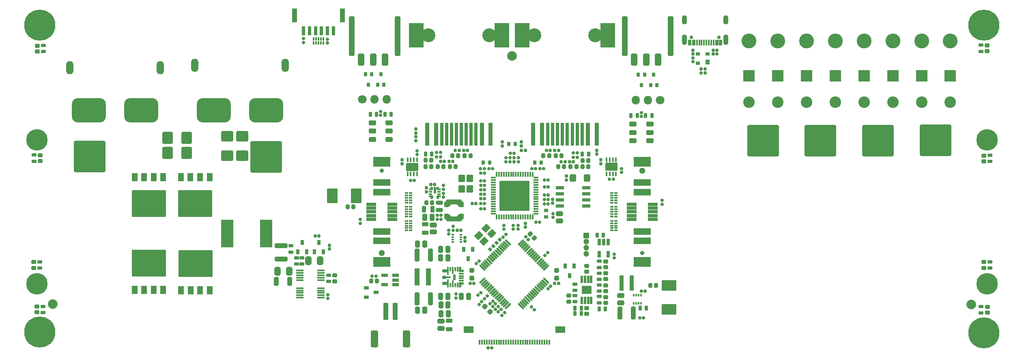
<source format=gbr>
%TF.GenerationSoftware,KiCad,Pcbnew,7.0.7*%
%TF.CreationDate,2024-04-13T02:06:32+02:00*%
%TF.ProjectId,smps_legged_robot,736d7073-5f6c-4656-9767-65645f726f62,1.0*%
%TF.SameCoordinates,PX7026f0PY568bc30*%
%TF.FileFunction,Soldermask,Top*%
%TF.FilePolarity,Negative*%
%FSLAX46Y46*%
G04 Gerber Fmt 4.6, Leading zero omitted, Abs format (unit mm)*
G04 Created by KiCad (PCBNEW 7.0.7) date 2024-04-13 02:06:32*
%MOMM*%
%LPD*%
G01*
G04 APERTURE LIST*
G04 Aperture macros list*
%AMRoundRect*
0 Rectangle with rounded corners*
0 $1 Rounding radius*
0 $2 $3 $4 $5 $6 $7 $8 $9 X,Y pos of 4 corners*
0 Add a 4 corners polygon primitive as box body*
4,1,4,$2,$3,$4,$5,$6,$7,$8,$9,$2,$3,0*
0 Add four circle primitives for the rounded corners*
1,1,$1+$1,$2,$3*
1,1,$1+$1,$4,$5*
1,1,$1+$1,$6,$7*
1,1,$1+$1,$8,$9*
0 Add four rect primitives between the rounded corners*
20,1,$1+$1,$2,$3,$4,$5,0*
20,1,$1+$1,$4,$5,$6,$7,0*
20,1,$1+$1,$6,$7,$8,$9,0*
20,1,$1+$1,$8,$9,$2,$3,0*%
%AMFreePoly0*
4,1,23,1.050355,1.980355,1.065000,1.945000,1.065000,1.170000,1.050804,1.135099,0.485000,0.554662,0.485000,-0.554662,1.050804,-1.135099,1.065000,-1.170000,1.065000,-1.945000,1.050355,-1.980355,1.015000,-1.995000,0.125000,-1.995000,0.089965,-1.980672,-0.470035,-1.430672,-0.484998,-1.395450,-0.485000,-1.395000,-0.485000,1.395000,-0.470355,1.430355,-0.470035,1.430672,0.089965,1.980672,
0.125000,1.995000,1.015000,1.995000,1.050355,1.980355,1.050355,1.980355,$1*%
%AMFreePoly1*
4,1,23,-0.089965,1.980672,0.470035,1.430672,0.484998,1.395450,0.485000,1.395000,0.485000,-1.395000,0.470355,-1.430355,0.470035,-1.430672,-0.089965,-1.980672,-0.125000,-1.995000,-1.015000,-1.995000,-1.050355,-1.980355,-1.065000,-1.945000,-1.065000,-1.170000,-1.050804,-1.135099,-0.485000,-0.554662,-0.485000,0.554662,-1.050804,1.135099,-1.065000,1.170000,-1.065000,1.945000,-1.050355,1.980355,
-1.015000,1.995000,-0.125000,1.995000,-0.089965,1.980672,-0.089965,1.980672,$1*%
%AMFreePoly2*
4,1,23,0.185356,0.435856,0.235356,0.385856,0.250001,0.350501,0.250001,-0.124500,0.235356,-0.159855,0.185356,-0.209855,0.150001,-0.224500,-0.500000,-0.224500,-0.535355,-0.209855,-0.585355,-0.159855,-0.600000,-0.124500,-0.600000,0.000501,-0.585355,0.035856,-0.535355,0.085856,-0.500000,0.100501,-0.270708,0.100501,-0.249998,0.121211,-0.249998,0.350501,-0.235353,0.385856,-0.185353,0.435856,
-0.149998,0.450501,0.150001,0.450501,0.185356,0.435856,0.185356,0.435856,$1*%
%AMFreePoly3*
4,1,23,0.235356,0.209855,0.285356,0.159855,0.300001,0.124500,0.300001,-0.350503,0.285356,-0.385858,0.235356,-0.435858,0.200001,-0.450503,-0.099998,-0.450501,-0.135353,-0.435856,-0.185353,-0.385856,-0.199998,-0.350501,-0.199998,-0.121211,-0.220708,-0.100501,-0.450000,-0.100501,-0.485355,-0.085856,-0.535355,-0.035856,-0.550000,-0.000501,-0.550000,0.124500,-0.535355,0.159855,-0.485355,0.209855,
-0.450000,0.224500,0.200001,0.224500,0.235356,0.209855,0.235356,0.209855,$1*%
%AMFreePoly4*
4,1,24,0.485355,0.209855,0.535355,0.159855,0.550000,0.124500,0.550000,-0.000501,0.535355,-0.035856,0.485355,-0.085856,0.450000,-0.100501,0.220708,-0.100501,0.199998,-0.121211,0.199998,-0.350501,0.185353,-0.385856,0.135353,-0.435856,0.099998,-0.450501,-0.200001,-0.450503,-0.235356,-0.435859,-0.235356,-0.435858,-0.285356,-0.385858,-0.300001,-0.350503,-0.300001,0.124500,-0.285356,0.159855,
-0.235356,0.209855,-0.200001,0.224500,0.450000,0.224500,0.485355,0.209855,0.485355,0.209855,$1*%
%AMFreePoly5*
4,1,23,0.135353,0.435856,0.185353,0.385856,0.199998,0.350501,0.199998,0.121211,0.220708,0.100501,0.450000,0.100501,0.485355,0.085856,0.535355,0.035856,0.550000,0.000501,0.550000,-0.124500,0.535355,-0.159855,0.485355,-0.209855,0.450000,-0.224500,-0.200001,-0.224500,-0.235356,-0.209855,-0.285356,-0.159855,-0.300001,-0.124500,-0.300001,0.350501,-0.285356,0.385856,-0.235356,0.435856,
-0.200001,0.450501,0.099998,0.450501,0.135353,0.435856,0.135353,0.435856,$1*%
G04 Aperture macros list end*
%ADD10RoundRect,1.300000X2.250000X1.250000X-2.250000X1.250000X-2.250000X-1.250000X2.250000X-1.250000X0*%
%ADD11O,1.504000X2.804000*%
%ADD12RoundRect,0.050000X0.600000X0.700000X-0.600000X0.700000X-0.600000X-0.700000X0.600000X-0.700000X0*%
%ADD13RoundRect,0.187500X-0.137500X-0.137500X0.137500X-0.137500X0.137500X0.137500X-0.137500X0.137500X0*%
%ADD14RoundRect,0.360000X0.310000X0.940000X-0.310000X0.940000X-0.310000X-0.940000X0.310000X-0.940000X0*%
%ADD15RoundRect,0.325000X0.275000X3.825000X-0.275000X3.825000X-0.275000X-3.825000X0.275000X-3.825000X0*%
%ADD16RoundRect,0.180000X0.130000X0.130000X-0.130000X0.130000X-0.130000X-0.130000X0.130000X-0.130000X0*%
%ADD17RoundRect,0.375000X-2.925000X-2.925000X2.925000X-2.925000X2.925000X2.925000X-2.925000X2.925000X0*%
%ADD18C,2.000000*%
%ADD19RoundRect,0.187500X-0.137500X0.137500X-0.137500X-0.137500X0.137500X-0.137500X0.137500X0.137500X0*%
%ADD20C,3.100000*%
%ADD21RoundRect,0.050000X1.150000X1.150000X-1.150000X1.150000X-1.150000X-1.150000X1.150000X-1.150000X0*%
%ADD22C,2.400000*%
%ADD23RoundRect,0.050000X0.700000X-0.150000X0.700000X0.150000X-0.700000X0.150000X-0.700000X-0.150000X0*%
%ADD24RoundRect,0.225000X0.500000X-0.175000X0.500000X0.175000X-0.500000X0.175000X-0.500000X-0.175000X0*%
%ADD25RoundRect,0.050000X-0.300000X0.125000X-0.300000X-0.125000X0.300000X-0.125000X0.300000X0.125000X0*%
%ADD26RoundRect,0.237500X0.262500X-0.187500X0.262500X0.187500X-0.262500X0.187500X-0.262500X-0.187500X0*%
%ADD27FreePoly0,270.000000*%
%ADD28FreePoly1,270.000000*%
%ADD29RoundRect,0.050000X-0.325000X-0.350000X0.325000X-0.350000X0.325000X0.350000X-0.325000X0.350000X0*%
%ADD30RoundRect,0.372500X-0.752500X0.902500X-0.752500X-0.902500X0.752500X-0.902500X0.752500X0.902500X0*%
%ADD31RoundRect,0.287500X0.237500X0.437500X-0.237500X0.437500X-0.237500X-0.437500X0.237500X-0.437500X0*%
%ADD32RoundRect,0.187500X0.137500X-0.262500X0.137500X0.262500X-0.137500X0.262500X-0.137500X-0.262500X0*%
%ADD33RoundRect,0.187500X0.137500X-0.137500X0.137500X0.137500X-0.137500X0.137500X-0.137500X-0.137500X0*%
%ADD34C,0.800000*%
%ADD35C,4.500000*%
%ADD36RoundRect,0.180000X-0.130000X-0.130000X0.130000X-0.130000X0.130000X0.130000X-0.130000X0.130000X0*%
%ADD37RoundRect,0.187500X0.000000X0.194454X-0.194454X0.000000X0.000000X-0.194454X0.194454X0.000000X0*%
%ADD38RoundRect,0.237500X0.187500X0.262500X-0.187500X0.262500X-0.187500X-0.262500X0.187500X-0.262500X0*%
%ADD39RoundRect,0.212500X-0.162500X-0.287500X0.162500X-0.287500X0.162500X0.287500X-0.162500X0.287500X0*%
%ADD40RoundRect,0.350000X0.300000X0.550000X-0.300000X0.550000X-0.300000X-0.550000X0.300000X-0.550000X0*%
%ADD41RoundRect,0.050000X1.244600X2.794000X-1.244600X2.794000X-1.244600X-2.794000X1.244600X-2.794000X0*%
%ADD42RoundRect,0.180000X0.000000X0.183848X-0.183848X0.000000X0.000000X-0.183848X0.183848X0.000000X0*%
%ADD43RoundRect,0.180000X0.183848X0.000000X0.000000X0.183848X-0.183848X0.000000X0.000000X-0.183848X0*%
%ADD44RoundRect,0.200000X0.150000X-0.350000X0.150000X0.350000X-0.150000X0.350000X-0.150000X-0.350000X0*%
%ADD45RoundRect,0.050000X0.490000X1.700000X-0.490000X1.700000X-0.490000X-1.700000X0.490000X-1.700000X0*%
%ADD46RoundRect,0.237500X-0.262500X0.187500X-0.262500X-0.187500X0.262500X-0.187500X0.262500X0.187500X0*%
%ADD47RoundRect,0.287500X0.237500X1.062500X-0.237500X1.062500X-0.237500X-1.062500X0.237500X-1.062500X0*%
%ADD48RoundRect,0.268750X-0.256250X0.218750X-0.256250X-0.218750X0.256250X-0.218750X0.256250X0.218750X0*%
%ADD49RoundRect,0.180000X0.130000X-0.130000X0.130000X0.130000X-0.130000X0.130000X-0.130000X-0.130000X0*%
%ADD50RoundRect,0.050000X-0.762500X0.325000X-0.762500X-0.325000X0.762500X-0.325000X0.762500X0.325000X0*%
%ADD51RoundRect,0.187500X-0.137500X0.262500X-0.137500X-0.262500X0.137500X-0.262500X0.137500X0.262500X0*%
%ADD52RoundRect,0.237500X0.462500X-0.187500X0.462500X0.187500X-0.462500X0.187500X-0.462500X-0.187500X0*%
%ADD53RoundRect,0.180000X-0.130000X0.130000X-0.130000X-0.130000X0.130000X-0.130000X0.130000X0.130000X0*%
%ADD54C,0.900000*%
%ADD55C,6.500000*%
%ADD56RoundRect,0.287500X-0.237500X-0.437500X0.237500X-0.437500X0.237500X0.437500X-0.237500X0.437500X0*%
%ADD57RoundRect,0.187500X0.137500X0.137500X-0.137500X0.137500X-0.137500X-0.137500X0.137500X-0.137500X0*%
%ADD58RoundRect,0.050000X1.475000X-1.010000X1.475000X1.010000X-1.475000X1.010000X-1.475000X-1.010000X0*%
%ADD59RoundRect,0.212500X0.162500X0.287500X-0.162500X0.287500X-0.162500X-0.287500X0.162500X-0.287500X0*%
%ADD60RoundRect,0.300000X-0.450000X-0.250000X0.450000X-0.250000X0.450000X0.250000X-0.450000X0.250000X0*%
%ADD61RoundRect,0.372500X-0.902500X-0.752500X0.902500X-0.752500X0.902500X0.752500X-0.902500X0.752500X0*%
%ADD62RoundRect,0.212500X-0.287500X0.162500X-0.287500X-0.162500X0.287500X-0.162500X0.287500X0.162500X0*%
%ADD63RoundRect,0.237500X-0.187500X-0.262500X0.187500X-0.262500X0.187500X0.262500X-0.187500X0.262500X0*%
%ADD64RoundRect,0.212500X0.287500X-0.162500X0.287500X0.162500X-0.287500X0.162500X-0.287500X-0.162500X0*%
%ADD65RoundRect,0.287500X-0.437500X0.237500X-0.437500X-0.237500X0.437500X-0.237500X0.437500X0.237500X0*%
%ADD66RoundRect,0.050000X0.571500X0.762000X-0.571500X0.762000X-0.571500X-0.762000X0.571500X-0.762000X0*%
%ADD67RoundRect,0.050000X3.479800X2.705100X-3.479800X2.705100X-3.479800X-2.705100X3.479800X-2.705100X0*%
%ADD68RoundRect,0.287500X-0.237500X-1.062500X0.237500X-1.062500X0.237500X1.062500X-0.237500X1.062500X0*%
%ADD69RoundRect,0.268750X0.335876X0.026517X0.026517X0.335876X-0.335876X-0.026517X-0.026517X-0.335876X0*%
%ADD70RoundRect,0.125000X0.075000X-0.350000X0.075000X0.350000X-0.075000X0.350000X-0.075000X-0.350000X0*%
%ADD71RoundRect,0.050000X1.200000X-0.800000X1.200000X0.800000X-1.200000X0.800000X-1.200000X-0.800000X0*%
%ADD72RoundRect,0.290000X0.360000X0.510000X-0.360000X0.510000X-0.360000X-0.510000X0.360000X-0.510000X0*%
%ADD73RoundRect,0.050000X0.300000X-0.125000X0.300000X0.125000X-0.300000X0.125000X-0.300000X-0.125000X0*%
%ADD74RoundRect,0.200000X-0.350000X-0.150000X0.350000X-0.150000X0.350000X0.150000X-0.350000X0.150000X0*%
%ADD75C,1.800000*%
%ADD76O,1.800000X1.800000*%
%ADD77RoundRect,0.200000X-0.150000X0.350000X-0.150000X-0.350000X0.150000X-0.350000X0.150000X0.350000X0*%
%ADD78RoundRect,0.050000X0.550000X-0.550000X0.550000X0.550000X-0.550000X0.550000X-0.550000X-0.550000X0*%
%ADD79C,1.200000*%
%ADD80RoundRect,0.180000X-0.183848X0.000000X0.000000X-0.183848X0.183848X0.000000X0.000000X0.183848X0*%
%ADD81RoundRect,0.050000X-0.237500X0.150000X-0.237500X-0.150000X0.237500X-0.150000X0.237500X0.150000X0*%
%ADD82RoundRect,0.187500X-0.194454X0.000000X0.000000X-0.194454X0.194454X0.000000X0.000000X0.194454X0*%
%ADD83C,2.900000*%
%ADD84RoundRect,0.050000X0.405000X-2.300000X0.405000X2.300000X-0.405000X2.300000X-0.405000X-2.300000X0*%
%ADD85RoundRect,0.050000X0.305000X-2.300000X0.305000X2.300000X-0.305000X2.300000X-0.305000X-2.300000X0*%
%ADD86RoundRect,0.050000X1.500000X-2.450000X1.500000X2.450000X-1.500000X2.450000X-1.500000X-2.450000X0*%
%ADD87RoundRect,0.050000X0.150000X0.500000X-0.150000X0.500000X-0.150000X-0.500000X0.150000X-0.500000X0*%
%ADD88RoundRect,0.050000X-1.000000X0.650000X-1.000000X-0.650000X1.000000X-0.650000X1.000000X0.650000X0*%
%ADD89RoundRect,0.180000X0.000000X-0.183848X0.183848X0.000000X0.000000X0.183848X-0.183848X0.000000X0*%
%ADD90RoundRect,0.050000X-0.300000X-0.600000X0.300000X-0.600000X0.300000X0.600000X-0.300000X0.600000X0*%
%ADD91RoundRect,0.287500X-1.062500X0.237500X-1.062500X-0.237500X1.062500X-0.237500X1.062500X0.237500X0*%
%ADD92RoundRect,0.237500X-0.187500X-0.462500X0.187500X-0.462500X0.187500X0.462500X-0.187500X0.462500X0*%
%ADD93RoundRect,0.190000X-0.021213X0.219203X-0.219203X0.021213X0.021213X-0.219203X0.219203X-0.021213X0*%
%ADD94C,1.300000*%
%ADD95RoundRect,0.050000X-1.750000X1.000000X-1.750000X-1.000000X1.750000X-1.000000X1.750000X1.000000X0*%
%ADD96RoundRect,0.050000X-1.750000X0.650000X-1.750000X-0.650000X1.750000X-0.650000X1.750000X0.650000X0*%
%ADD97RoundRect,0.050000X-1.000000X0.250000X-1.000000X-0.250000X1.000000X-0.250000X1.000000X0.250000X0*%
%ADD98RoundRect,0.050000X0.350000X0.500000X-0.350000X0.500000X-0.350000X-0.500000X0.350000X-0.500000X0*%
%ADD99RoundRect,0.050000X0.350000X0.300000X-0.350000X0.300000X-0.350000X-0.300000X0.350000X-0.300000X0*%
%ADD100RoundRect,0.050000X-0.571500X-0.762000X0.571500X-0.762000X0.571500X0.762000X-0.571500X0.762000X0*%
%ADD101RoundRect,0.050000X-3.479800X-2.705100X3.479800X-2.705100X3.479800X2.705100X-3.479800X2.705100X0*%
%ADD102RoundRect,0.237500X-0.318198X-0.053033X-0.053033X-0.318198X0.318198X0.053033X0.053033X0.318198X0*%
%ADD103RoundRect,0.050000X0.304800X0.850900X-0.304800X0.850900X-0.304800X-0.850900X0.304800X-0.850900X0*%
%ADD104RoundRect,0.050000X0.495300X1.422400X-0.495300X1.422400X-0.495300X-1.422400X0.495300X-1.422400X0*%
%ADD105RoundRect,0.287500X0.437500X-0.237500X0.437500X0.237500X-0.437500X0.237500X-0.437500X-0.237500X0*%
%ADD106RoundRect,0.050000X0.125000X0.300000X-0.125000X0.300000X-0.125000X-0.300000X0.125000X-0.300000X0*%
%ADD107RoundRect,0.256521X0.268479X0.643479X-0.268479X0.643479X-0.268479X-0.643479X0.268479X-0.643479X0*%
%ADD108RoundRect,0.050000X-0.150000X-0.237500X0.150000X-0.237500X0.150000X0.237500X-0.150000X0.237500X0*%
%ADD109RoundRect,0.050000X0.425000X-0.140000X0.425000X0.140000X-0.425000X0.140000X-0.425000X-0.140000X0*%
%ADD110RoundRect,0.050000X-0.140000X-0.425000X0.140000X-0.425000X0.140000X0.425000X-0.140000X0.425000X0*%
%ADD111RoundRect,0.050000X-3.050000X-3.050000X3.050000X-3.050000X3.050000X3.050000X-3.050000X3.050000X0*%
%ADD112RoundRect,0.300000X-0.250000X-1.500000X0.250000X-1.500000X0.250000X1.500000X-0.250000X1.500000X0*%
%ADD113RoundRect,0.300001X-0.499999X-1.449999X0.499999X-1.449999X0.499999X1.449999X-0.499999X1.449999X0*%
%ADD114C,0.750000*%
%ADD115RoundRect,0.050000X0.300000X0.575000X-0.300000X0.575000X-0.300000X-0.575000X0.300000X-0.575000X0*%
%ADD116RoundRect,0.050000X0.150000X0.575000X-0.150000X0.575000X-0.150000X-0.575000X0.150000X-0.575000X0*%
%ADD117O,1.100000X2.200000*%
%ADD118O,1.100000X1.900000*%
%ADD119RoundRect,0.050000X-1.010000X-1.475000X1.010000X-1.475000X1.010000X1.475000X-1.010000X1.475000X0*%
%ADD120RoundRect,0.050000X1.750000X-1.000000X1.750000X1.000000X-1.750000X1.000000X-1.750000X-1.000000X0*%
%ADD121RoundRect,0.050000X1.750000X-0.650000X1.750000X0.650000X-1.750000X0.650000X-1.750000X-0.650000X0*%
%ADD122RoundRect,0.050000X1.000000X-0.250000X1.000000X0.250000X-1.000000X0.250000X-1.000000X-0.250000X0*%
%ADD123FreePoly2,0.000000*%
%ADD124RoundRect,0.050000X-0.300000X-0.125000X0.300000X-0.125000X0.300000X0.125000X-0.300000X0.125000X0*%
%ADD125FreePoly3,0.000000*%
%ADD126FreePoly4,0.000000*%
%ADD127FreePoly5,0.000000*%
%ADD128RoundRect,0.050000X-0.175000X-0.650000X0.175000X-0.650000X0.175000X0.650000X-0.175000X0.650000X0*%
%ADD129RoundRect,0.200000X0.512500X0.150000X-0.512500X0.150000X-0.512500X-0.150000X0.512500X-0.150000X0*%
%ADD130RoundRect,0.050000X-0.901561X-0.088388X-0.088388X-0.901561X0.901561X0.088388X0.088388X0.901561X0*%
%ADD131RoundRect,0.050000X-0.150000X-0.437500X0.150000X-0.437500X0.150000X0.437500X-0.150000X0.437500X0*%
%ADD132RoundRect,0.050000X-0.150000X-0.412500X0.150000X-0.412500X0.150000X0.412500X-0.150000X0.412500X0*%
%ADD133RoundRect,0.050000X-0.125000X-0.687500X0.125000X-0.687500X0.125000X0.687500X-0.125000X0.687500X0*%
%ADD134RoundRect,0.050000X-0.150000X-0.362500X0.150000X-0.362500X0.150000X0.362500X-0.150000X0.362500X0*%
%ADD135RoundRect,0.050000X-0.150000X-0.762500X0.150000X-0.762500X0.150000X0.762500X-0.150000X0.762500X0*%
%ADD136RoundRect,0.050000X-0.362500X0.275000X-0.362500X-0.275000X0.362500X-0.275000X0.362500X0.275000X0*%
%ADD137RoundRect,0.050000X-0.437500X0.225000X-0.437500X-0.225000X0.437500X-0.225000X0.437500X0.225000X0*%
%ADD138RoundRect,0.050000X-0.462500X0.150000X-0.462500X-0.150000X0.462500X-0.150000X0.462500X0.150000X0*%
%ADD139RoundRect,0.050000X-0.175000X-0.250000X0.175000X-0.250000X0.175000X0.250000X-0.175000X0.250000X0*%
%ADD140RoundRect,0.050000X-0.452500X0.275000X-0.452500X-0.275000X0.452500X-0.275000X0.452500X0.275000X0*%
%ADD141RoundRect,0.050000X-0.475000X0.150000X-0.475000X-0.150000X0.475000X-0.150000X0.475000X0.150000X0*%
%ADD142RoundRect,0.050000X-0.220000X-0.525000X0.220000X-0.525000X0.220000X0.525000X-0.220000X0.525000X0*%
%ADD143RoundRect,0.050000X0.350000X-0.325000X0.350000X0.325000X-0.350000X0.325000X-0.350000X-0.325000X0*%
%ADD144RoundRect,0.050000X0.325000X0.350000X-0.325000X0.350000X-0.325000X-0.350000X0.325000X-0.350000X0*%
%ADD145RoundRect,0.350000X-0.300000X-0.550000X0.300000X-0.550000X0.300000X0.550000X-0.300000X0.550000X0*%
%ADD146RoundRect,0.190000X0.021213X-0.219203X0.219203X-0.021213X-0.021213X0.219203X-0.219203X0.021213X0*%
%ADD147RoundRect,0.050000X0.355600X1.536700X-0.355600X1.536700X-0.355600X-1.536700X0.355600X-1.536700X0*%
%ADD148RoundRect,0.125000X-0.548008X0.441942X0.441942X-0.548008X0.548008X-0.441942X-0.441942X0.548008X0*%
%ADD149RoundRect,0.125000X-0.548008X-0.441942X-0.441942X-0.548008X0.548008X0.441942X0.441942X0.548008X0*%
%ADD150RoundRect,0.050000X0.225000X0.700000X-0.225000X0.700000X-0.225000X-0.700000X0.225000X-0.700000X0*%
%ADD151RoundRect,0.050000X0.945000X-0.785000X0.945000X0.785000X-0.945000X0.785000X-0.945000X-0.785000X0*%
%ADD152RoundRect,0.187500X0.000000X-0.194454X0.194454X0.000000X0.000000X0.194454X-0.194454X0.000000X0*%
G04 APERTURE END LIST*
%TO.C,U802*%
G36*
X126324912Y585325D02*
G01*
X126334442Y582435D01*
X126343223Y577738D01*
X126350922Y571421D01*
X126400922Y521421D01*
X126407239Y513723D01*
X126411935Y504942D01*
X126414826Y495412D01*
X126415801Y485501D01*
X126415801Y10500D01*
X126414826Y589D01*
X126411935Y-8941D01*
X126407239Y-17722D01*
X126400922Y-25420D01*
X126350922Y-75420D01*
X126343223Y-81737D01*
X126334442Y-86434D01*
X126324912Y-89324D01*
X126315001Y-90300D01*
X125665000Y-90300D01*
X125655089Y-89324D01*
X125645559Y-86434D01*
X125636778Y-81737D01*
X125629079Y-75420D01*
X125579079Y-25420D01*
X125572762Y-17722D01*
X125568066Y-8941D01*
X125565175Y589D01*
X125564200Y10500D01*
X125564200Y135501D01*
X125565175Y145412D01*
X125568066Y154942D01*
X125572762Y163723D01*
X125579079Y171422D01*
X125629079Y221422D01*
X125636778Y227739D01*
X125645559Y232435D01*
X125655089Y235326D01*
X125665000Y236301D01*
X125893960Y236301D01*
X125914202Y256542D01*
X125914202Y485501D01*
X125915177Y495412D01*
X125918068Y504942D01*
X125922764Y513723D01*
X125929081Y521421D01*
X125979081Y571421D01*
X125986780Y577738D01*
X125995560Y582435D01*
X126005091Y585325D01*
X126015002Y586301D01*
X126315001Y586301D01*
X126324912Y585325D01*
G37*
G36*
X126324912Y-1240676D02*
G01*
X126334442Y-1243566D01*
X126343223Y-1248263D01*
X126350922Y-1254580D01*
X126400922Y-1304580D01*
X126407239Y-1312278D01*
X126411935Y-1321059D01*
X126414826Y-1330589D01*
X126415801Y-1340500D01*
X126415801Y-1815503D01*
X126414826Y-1825414D01*
X126411935Y-1834944D01*
X126407239Y-1843725D01*
X126400922Y-1851424D01*
X126350922Y-1901424D01*
X126343223Y-1907741D01*
X126334442Y-1912437D01*
X126324912Y-1915328D01*
X126315001Y-1916303D01*
X126015002Y-1916301D01*
X126005091Y-1915325D01*
X125995560Y-1912435D01*
X125986780Y-1907738D01*
X125979081Y-1901421D01*
X125929081Y-1851421D01*
X125922764Y-1843723D01*
X125918068Y-1834942D01*
X125915177Y-1825412D01*
X125914202Y-1815501D01*
X125914202Y-1586542D01*
X125893960Y-1566301D01*
X125665000Y-1566301D01*
X125655089Y-1565326D01*
X125645559Y-1562435D01*
X125636778Y-1557739D01*
X125629079Y-1551422D01*
X125579079Y-1501422D01*
X125572762Y-1493723D01*
X125568066Y-1484942D01*
X125565175Y-1475412D01*
X125564200Y-1465501D01*
X125564200Y-1340500D01*
X125565175Y-1330589D01*
X125568066Y-1321059D01*
X125572762Y-1312278D01*
X125579079Y-1304580D01*
X125629079Y-1254580D01*
X125636778Y-1248263D01*
X125645559Y-1243566D01*
X125655089Y-1240676D01*
X125665000Y-1239700D01*
X126315001Y-1239700D01*
X126324912Y-1240676D01*
G37*
G36*
X127624909Y585325D02*
G01*
X127634440Y582435D01*
X127643220Y577738D01*
X127650919Y571421D01*
X127700919Y521421D01*
X127707236Y513723D01*
X127711932Y504942D01*
X127714823Y495412D01*
X127715798Y485501D01*
X127715798Y256542D01*
X127736040Y236301D01*
X127965000Y236301D01*
X127974911Y235326D01*
X127984441Y232435D01*
X127993222Y227739D01*
X128000921Y221422D01*
X128050921Y171422D01*
X128057238Y163723D01*
X128061934Y154942D01*
X128064825Y145412D01*
X128065800Y135501D01*
X128065800Y10500D01*
X128064825Y589D01*
X128061934Y-8941D01*
X128057238Y-17722D01*
X128050921Y-25420D01*
X128000921Y-75420D01*
X127993222Y-81737D01*
X127984441Y-86434D01*
X127974911Y-89324D01*
X127965000Y-90300D01*
X127314999Y-90300D01*
X127305088Y-89324D01*
X127295558Y-86434D01*
X127286777Y-81737D01*
X127279078Y-75420D01*
X127229078Y-25420D01*
X127222761Y-17722D01*
X127218065Y-8941D01*
X127215174Y589D01*
X127214199Y10500D01*
X127214199Y485501D01*
X127215174Y495412D01*
X127218065Y504942D01*
X127222761Y513723D01*
X127229078Y521421D01*
X127279078Y571421D01*
X127286777Y577738D01*
X127295558Y582435D01*
X127305088Y585325D01*
X127314999Y586301D01*
X127614998Y586301D01*
X127624909Y585325D01*
G37*
G36*
X127974911Y-1240676D02*
G01*
X127984441Y-1243566D01*
X127993222Y-1248263D01*
X128000921Y-1254580D01*
X128050921Y-1304580D01*
X128057238Y-1312278D01*
X128061934Y-1321059D01*
X128064825Y-1330589D01*
X128065800Y-1340500D01*
X128065800Y-1465501D01*
X128064825Y-1475412D01*
X128061934Y-1484942D01*
X128057238Y-1493723D01*
X128050921Y-1501422D01*
X128000921Y-1551422D01*
X127993222Y-1557739D01*
X127984441Y-1562435D01*
X127974911Y-1565326D01*
X127965000Y-1566301D01*
X127736040Y-1566301D01*
X127715798Y-1586542D01*
X127715798Y-1815501D01*
X127714823Y-1825412D01*
X127711932Y-1834942D01*
X127707236Y-1843723D01*
X127700919Y-1851421D01*
X127650919Y-1901421D01*
X127643220Y-1907738D01*
X127634440Y-1912435D01*
X127624909Y-1915325D01*
X127614998Y-1916301D01*
X127314999Y-1916303D01*
X127305088Y-1915328D01*
X127295558Y-1912437D01*
X127286777Y-1907741D01*
X127279078Y-1901424D01*
X127229078Y-1851424D01*
X127222761Y-1843725D01*
X127218065Y-1834944D01*
X127215174Y-1825414D01*
X127214199Y-1815503D01*
X127214199Y-1340500D01*
X127215174Y-1330589D01*
X127218065Y-1321059D01*
X127222761Y-1312278D01*
X127229078Y-1304580D01*
X127279078Y-1254580D01*
X127286777Y-1248263D01*
X127295558Y-1243566D01*
X127305088Y-1240676D01*
X127314999Y-1239700D01*
X127965000Y-1239700D01*
X127974911Y-1240676D01*
G37*
%TD*%
D10*
%TO.C,J502*%
X65500000Y16600000D03*
X54600000Y16600000D03*
D11*
X50600000Y25500000D03*
X69500000Y25500000D03*
%TD*%
D12*
%TO.C,Y1101*%
X134125000Y150000D03*
X134125000Y2350000D03*
X132425000Y2350000D03*
X132425000Y150000D03*
%TD*%
D13*
%TO.C,R1115*%
X136360000Y-1900000D03*
X137160000Y-1900000D03*
%TD*%
D14*
%TO.C,J1104*%
X168425000Y27165000D03*
X170925000Y27165000D03*
X173425000Y27165000D03*
D15*
X166455000Y32095000D03*
X175995000Y32095000D03*
%TD*%
D16*
%TO.C,C1145*%
X128015000Y6890000D03*
X127215000Y6890000D03*
%TD*%
D17*
%TO.C,J304*%
X219300000Y10250000D03*
%TD*%
D18*
%TO.C,FM2204*%
X142910000Y27950000D03*
%TD*%
D19*
%TO.C,R1132*%
X144895000Y9960000D03*
X144895000Y9160000D03*
%TD*%
D20*
%TO.C,Molex_602*%
X228400000Y31100000D03*
D21*
X228400000Y23800000D03*
D22*
X228400000Y18300000D03*
%TD*%
D23*
%TO.C,IC1501*%
X98675000Y-16850000D03*
X98675000Y-17350000D03*
X98675000Y-17850000D03*
X98675000Y-18350000D03*
X98675000Y-18850000D03*
X103075000Y-18850000D03*
X103075000Y-18350000D03*
X103075000Y-17850000D03*
X103075000Y-17350000D03*
X103075000Y-16850000D03*
%TD*%
D13*
%TO.C,R805*%
X131457100Y-8441000D03*
X132257100Y-8441000D03*
%TD*%
D24*
%TO.C,C817*%
X127750000Y-4275000D03*
X127750000Y-2675000D03*
%TD*%
D16*
%TO.C,C816*%
X128125000Y-5325000D03*
X127325000Y-5325000D03*
%TD*%
D25*
%TO.C,D1001*%
X120875000Y-6500000D03*
X120875000Y-7000000D03*
X120875000Y-7500000D03*
X120875000Y-8000000D03*
X120875000Y-8500000D03*
X121725000Y-8500000D03*
X121725000Y-8000000D03*
X121725000Y-7500000D03*
X121725000Y-7000000D03*
X121725000Y-6500000D03*
%TD*%
D26*
%TO.C,C2103*%
X43090000Y-16310000D03*
X43090000Y-15110000D03*
%TD*%
D27*
%TO.C,L803*%
X130850000Y-2585000D03*
D28*
X130850000Y-6115000D03*
%TD*%
D29*
%TO.C,FB1101*%
X142240000Y9540000D03*
X143590000Y9540000D03*
%TD*%
D30*
%TO.C,D504*%
X71050000Y10850000D03*
X71050000Y7700000D03*
%TD*%
D31*
%TO.C,C802*%
X129558000Y-22270000D03*
X128058000Y-22270000D03*
%TD*%
D32*
%TO.C,D1102*%
X171860000Y21858173D03*
X173160000Y21858173D03*
X172510000Y24008173D03*
%TD*%
D31*
%TO.C,C805*%
X124708000Y-11320000D03*
X123208000Y-11320000D03*
%TD*%
D33*
%TO.C,R402*%
X184882500Y28322500D03*
X184882500Y29122500D03*
%TD*%
D16*
%TO.C,C1127*%
X138887500Y4387500D03*
X138087500Y4387500D03*
%TD*%
D34*
%TO.C,H2101*%
X240410000Y10390000D03*
X240893274Y11556726D03*
X240893274Y9223274D03*
X242060000Y12040000D03*
D35*
X242060000Y10390000D03*
D34*
X242060000Y8740000D03*
X243226726Y11556726D03*
X243226726Y9223274D03*
X243710000Y10390000D03*
%TD*%
D33*
%TO.C,R1130*%
X151400000Y-2840000D03*
X151400000Y-2040000D03*
%TD*%
D36*
%TO.C,C1709*%
X137930000Y-33050000D03*
X138730000Y-33050000D03*
%TD*%
%TO.C,C1126*%
X147035000Y4380000D03*
X147835000Y4380000D03*
%TD*%
%TO.C,C1133*%
X136360000Y1885000D03*
X137160000Y1885000D03*
%TD*%
D37*
%TO.C,R401*%
X137765000Y-22215000D03*
X137199314Y-22780686D03*
%TD*%
D38*
%TO.C,C1141*%
X158845000Y4780000D03*
X157645000Y4780000D03*
%TD*%
D39*
%TO.C,R1705*%
X156065000Y-24685000D03*
X157365000Y-24685000D03*
%TD*%
D19*
%TO.C,R1101*%
X119975000Y6225000D03*
X119975000Y5425000D03*
%TD*%
D40*
%TO.C,R1502*%
X102900000Y-14850000D03*
X100450000Y-14850000D03*
%TD*%
D36*
%TO.C,C1117*%
X142555000Y7613000D03*
X143355000Y7613000D03*
%TD*%
D41*
%TO.C,R1505*%
X91639400Y-9150000D03*
X83460600Y-9150000D03*
%TD*%
D42*
%TO.C,C412*%
X136607843Y-23372157D03*
X136042157Y-23937843D03*
%TD*%
D43*
%TO.C,C413*%
X138915000Y-24395000D03*
X138349314Y-23829314D03*
%TD*%
D19*
%TO.C,R408*%
X182370000Y25199999D03*
X182370000Y24399999D03*
%TD*%
D44*
%TO.C,Q1102*%
X101675000Y-13000000D03*
X103575000Y-13000000D03*
X102625000Y-11000000D03*
%TD*%
D16*
%TO.C,C818*%
X128125000Y-6200000D03*
X127325000Y-6200000D03*
%TD*%
D31*
%TO.C,C1204*%
X129558000Y-14220000D03*
X128058000Y-14220000D03*
%TD*%
D33*
%TO.C,R1133*%
X140905000Y9160000D03*
X140905000Y9960000D03*
%TD*%
D45*
%TO.C,L801*%
X125483000Y-18230000D03*
X123113000Y-18230000D03*
%TD*%
D46*
%TO.C,C2102*%
X241360000Y7140000D03*
X241360000Y5940000D03*
%TD*%
D47*
%TO.C,C1207*%
X125908000Y-22820000D03*
X123108000Y-22820000D03*
%TD*%
D16*
%TO.C,C1116*%
X137160000Y-3990000D03*
X136360000Y-3990000D03*
%TD*%
D48*
%TO.C,D1504*%
X134560000Y-16862500D03*
X134560000Y-18437500D03*
%TD*%
D49*
%TO.C,C901*%
X174290000Y-3010000D03*
X174290000Y-2210000D03*
%TD*%
D50*
%TO.C,IC1102*%
X158374000Y-3430000D03*
X158374000Y-2160000D03*
X158374000Y-890000D03*
X158374000Y380000D03*
X152950000Y380000D03*
X152950000Y-890000D03*
X152950000Y-2160000D03*
X152950000Y-3430000D03*
%TD*%
D39*
%TO.C,R801*%
X169670000Y-24710000D03*
X170970000Y-24710000D03*
%TD*%
D51*
%TO.C,D1104*%
X113614999Y24115699D03*
X112314999Y24115699D03*
X112964999Y21965699D03*
%TD*%
D52*
%TO.C,FB1201*%
X129758000Y-29120000D03*
X129758000Y-27320000D03*
%TD*%
D16*
%TO.C,C1111*%
X137160000Y-940000D03*
X136360000Y-940000D03*
%TD*%
%TO.C,C1105*%
X164050000Y2230000D03*
X163250000Y2230000D03*
%TD*%
D53*
%TO.C,C417*%
X185712500Y29117500D03*
X185712500Y28317500D03*
%TD*%
D54*
%TO.C,H2201*%
X42010000Y34340000D03*
X42712944Y36037056D03*
X42712944Y32642944D03*
X44410000Y36740000D03*
D55*
X44410000Y34340000D03*
D54*
X44410000Y31940000D03*
X46107056Y36037056D03*
X46107056Y32642944D03*
X46810000Y34340000D03*
%TD*%
D56*
%TO.C,C1205*%
X132358000Y-22245000D03*
X133858000Y-22245000D03*
%TD*%
D57*
%TO.C,R1135*%
X145705000Y8180000D03*
X144905000Y8180000D03*
%TD*%
D36*
%TO.C,C1136*%
X136360000Y3460000D03*
X137160000Y3460000D03*
%TD*%
D13*
%TO.C,R806*%
X169920000Y-21135000D03*
X170720000Y-21135000D03*
%TD*%
D58*
%TO.C,F1301*%
X175650000Y-24970000D03*
X175650000Y-19970000D03*
%TD*%
D53*
%TO.C,C1128*%
X141210000Y-7440000D03*
X141210000Y-8240000D03*
%TD*%
D46*
%TO.C,C2105*%
X44490000Y7190000D03*
X44490000Y5990000D03*
%TD*%
D59*
%TO.C,R1127*%
X126195000Y7470000D03*
X124895000Y7470000D03*
%TD*%
D60*
%TO.C,SW1103*%
X113765000Y13990000D03*
X113765000Y12240000D03*
X113765000Y10490000D03*
X117265000Y13990000D03*
X117265000Y12240000D03*
X117265000Y10490000D03*
%TD*%
D61*
%TO.C,D501*%
X83475000Y7150000D03*
X86625000Y7150000D03*
%TD*%
D19*
%TO.C,R1114*%
X145685000Y-7000000D03*
X145685000Y-7800000D03*
%TD*%
D62*
%TO.C,R1704*%
X161150000Y-17420000D03*
X161150000Y-18720000D03*
%TD*%
D39*
%TO.C,R1139*%
X116385000Y15720000D03*
X117685000Y15720000D03*
%TD*%
D38*
%TO.C,C1130*%
X128585000Y4815000D03*
X127385000Y4815000D03*
%TD*%
D57*
%TO.C,R1123*%
X155735000Y5820000D03*
X154935000Y5820000D03*
%TD*%
D63*
%TO.C,C1138*%
X133045000Y7115000D03*
X134245000Y7115000D03*
%TD*%
D34*
%TO.C,H2103*%
X42110000Y10390000D03*
X42593274Y11556726D03*
X42593274Y9223274D03*
X43760000Y12040000D03*
D35*
X43760000Y10390000D03*
D34*
X43760000Y8740000D03*
X44926726Y11556726D03*
X44926726Y9223274D03*
X45410000Y10390000D03*
%TD*%
%TO.C,H2104*%
X42110000Y-19610000D03*
X42593274Y-18443274D03*
X42593274Y-20776726D03*
X43760000Y-17960000D03*
D35*
X43760000Y-19610000D03*
D34*
X43760000Y-21260000D03*
X44926726Y-18443274D03*
X44926726Y-20776726D03*
X45410000Y-19610000D03*
%TD*%
D64*
%TO.C,R1501*%
X99100000Y-15500000D03*
X99100000Y-14200000D03*
%TD*%
D65*
%TO.C,C1148*%
X152785000Y-5030000D03*
X152785000Y-6530000D03*
%TD*%
D19*
%TO.C,R407*%
X183210000Y25199999D03*
X183210000Y24399999D03*
%TD*%
D60*
%TO.C,SW1101*%
X168190000Y13722183D03*
X168190000Y11972183D03*
X168190000Y10222183D03*
X171690000Y13722183D03*
X171690000Y11972183D03*
X171690000Y10222183D03*
%TD*%
D18*
%TO.C,FM2206*%
X238750000Y-23950000D03*
%TD*%
D19*
%TO.C,R403*%
X180672500Y29132500D03*
X180672500Y28332500D03*
%TD*%
D66*
%TO.C,Q1201*%
X70149999Y2625100D03*
X68149998Y2625100D03*
X66149999Y2625100D03*
X64149998Y2625100D03*
D67*
X67150000Y-2899400D03*
%TD*%
D32*
%TO.C,D1105*%
X114904999Y21963199D03*
X116204999Y21963199D03*
X115554999Y24113199D03*
%TD*%
D64*
%TO.C,R2202*%
X45040000Y-25650000D03*
X45040000Y-24350000D03*
%TD*%
D16*
%TO.C,C1114*%
X137160000Y10000D03*
X136360000Y10000D03*
%TD*%
D68*
%TO.C,C806*%
X165445000Y-25760000D03*
X168245000Y-25760000D03*
%TD*%
D69*
%TO.C,FB401*%
X138351847Y-25471847D03*
X137238153Y-24358153D03*
%TD*%
D38*
%TO.C,C1802*%
X114750000Y-19050000D03*
X113550000Y-19050000D03*
%TD*%
D36*
%TO.C,C1146*%
X155735000Y6790000D03*
X156535000Y6790000D03*
%TD*%
D54*
%TO.C,H2204*%
X239010000Y34340000D03*
X239712944Y36037056D03*
X239712944Y32642944D03*
X241410000Y36740000D03*
D55*
X241410000Y34340000D03*
D54*
X241410000Y31940000D03*
X243107056Y36037056D03*
X243107056Y32642944D03*
X243810000Y34340000D03*
%TD*%
D26*
%TO.C,C1704*%
X162480000Y-21160000D03*
X162480000Y-19960000D03*
%TD*%
D62*
%TO.C,R2204*%
X240810000Y30200000D03*
X240810000Y28900000D03*
%TD*%
D20*
%TO.C,Molex_604*%
X192400000Y31100000D03*
D21*
X192400000Y23800000D03*
D22*
X192400000Y18300000D03*
%TD*%
D64*
%TO.C,R1103*%
X96800000Y-13025000D03*
X96800000Y-11725000D03*
%TD*%
D49*
%TO.C,C808*%
X129730500Y-9245000D03*
X129730500Y-8445000D03*
%TD*%
D36*
%TO.C,C1121*%
X149660000Y-2990000D03*
X150460000Y-2990000D03*
%TD*%
D70*
%TO.C,U1102*%
X162675000Y3340000D03*
X163325000Y3340000D03*
X163975000Y3340000D03*
X164625000Y3340000D03*
X164625000Y6240000D03*
X163975000Y6240000D03*
X163325000Y6240000D03*
X162675000Y6240000D03*
D71*
X163650000Y4790000D03*
%TD*%
D19*
%TO.C,R1116*%
X143385000Y6648000D03*
X143385000Y5848000D03*
%TD*%
D49*
%TO.C,C2001*%
X104475000Y-22725000D03*
X104475000Y-21925000D03*
%TD*%
D72*
%TO.C,D1107*%
X158605000Y2447500D03*
X155605000Y2447500D03*
%TD*%
D53*
%TO.C,C1115*%
X144235000Y6648000D03*
X144235000Y5848000D03*
%TD*%
D10*
%TO.C,J501*%
X80700000Y16600000D03*
X91600000Y16600000D03*
D11*
X95600000Y26000000D03*
X76700000Y26000000D03*
%TD*%
D57*
%TO.C,R1113*%
X135400000Y-2850000D03*
X134600000Y-2850000D03*
%TD*%
D19*
%TO.C,R1125*%
X154225000Y2850000D03*
X154225000Y2050000D03*
%TD*%
D34*
%TO.C,H2102*%
X240410000Y-19610000D03*
X240893274Y-18443274D03*
X240893274Y-20776726D03*
X242060000Y-17960000D03*
D35*
X242060000Y-19610000D03*
D34*
X242060000Y-21260000D03*
X243226726Y-18443274D03*
X243226726Y-20776726D03*
X243710000Y-19610000D03*
%TD*%
D53*
%TO.C,C1102*%
X165780000Y4435000D03*
X165780000Y3635000D03*
%TD*%
D73*
%TO.C,D901*%
X164575000Y-2700000D03*
X164575000Y-2200000D03*
X164575000Y-1700000D03*
X164575000Y-1200000D03*
X164575000Y-700000D03*
X163725000Y-700000D03*
X163725000Y-1200000D03*
X163725000Y-1700000D03*
X163725000Y-2200000D03*
X163725000Y-2700000D03*
%TD*%
D57*
%TO.C,R1124*%
X133625000Y8245000D03*
X132825000Y8245000D03*
%TD*%
D16*
%TO.C,C1139*%
X128015000Y7820000D03*
X127215000Y7820000D03*
%TD*%
D26*
%TO.C,C1503*%
X105900000Y-19100000D03*
X105900000Y-17900000D03*
%TD*%
D74*
%TO.C,Q1401*%
X112550000Y-20500000D03*
X112550000Y-22400000D03*
X114550000Y-21450000D03*
%TD*%
D38*
%TO.C,C1143*%
X158855000Y6100000D03*
X157655000Y6100000D03*
%TD*%
D46*
%TO.C,C2201*%
X43840000Y30080000D03*
X43840000Y28880000D03*
%TD*%
D75*
%TO.C,J1109*%
X111705000Y18860000D03*
D76*
X114245000Y18860000D03*
X116785000Y18860000D03*
%TD*%
D63*
%TO.C,C1137*%
X155155000Y4780000D03*
X156355000Y4780000D03*
%TD*%
D39*
%TO.C,R1126*%
X157585000Y7410000D03*
X158885000Y7410000D03*
%TD*%
D36*
%TO.C,C1140*%
X155725000Y7710000D03*
X156525000Y7710000D03*
%TD*%
D73*
%TO.C,D1301*%
X164575000Y-8500000D03*
X164575000Y-8000000D03*
X164575000Y-7500000D03*
X164575000Y-7000000D03*
X164575000Y-6500000D03*
X163725000Y-6500000D03*
X163725000Y-7000000D03*
X163725000Y-7500000D03*
X163725000Y-8000000D03*
X163725000Y-8500000D03*
%TD*%
D75*
%TO.C,J1110*%
X173790000Y18746017D03*
D76*
X171250000Y18746017D03*
X168710000Y18746017D03*
%TD*%
D26*
%TO.C,C1702*%
X162480000Y-16180000D03*
X162480000Y-14980000D03*
%TD*%
D38*
%TO.C,C1134*%
X153765000Y4780000D03*
X152565000Y4780000D03*
%TD*%
D77*
%TO.C,Q1502*%
X155890000Y-15920000D03*
X153990000Y-15920000D03*
X154940000Y-17920000D03*
%TD*%
D49*
%TO.C,C809*%
X130640500Y-8445000D03*
X130640500Y-7645000D03*
%TD*%
D78*
%TO.C,J1701*%
X158445000Y-9605000D03*
D79*
X158445000Y-10855000D03*
X158445000Y-12105000D03*
X158445000Y-13355000D03*
%TD*%
D48*
%TO.C,D1505*%
X152270000Y-16872500D03*
X152270000Y-18447500D03*
%TD*%
D38*
%TO.C,C1401*%
X109850000Y-3600000D03*
X108650000Y-3600000D03*
%TD*%
D20*
%TO.C,Molex_601*%
X234400000Y31100000D03*
D21*
X234400000Y23800000D03*
D22*
X234400000Y18300000D03*
%TD*%
D80*
%TO.C,C416*%
X140039314Y-24389314D03*
X140605000Y-24955000D03*
%TD*%
D77*
%TO.C,Q1501*%
X134730000Y-12410000D03*
X132830000Y-12410000D03*
X133780000Y-14410000D03*
%TD*%
D81*
%TO.C,U801*%
X132251000Y-10900000D03*
X132251000Y-10400000D03*
X132251000Y-9900000D03*
X132251000Y-9400000D03*
X130575000Y-9400000D03*
X130575000Y-9900000D03*
X130575000Y-10400000D03*
X130575000Y-10900000D03*
%TD*%
D82*
%TO.C,R406*%
X147017157Y-24467157D03*
X147582843Y-25032843D03*
%TD*%
D20*
%TO.C,Molex_607*%
X222409250Y31100000D03*
D21*
X222409250Y23800000D03*
D22*
X222409250Y18300000D03*
%TD*%
D30*
%TO.C,D503*%
X75050000Y10850000D03*
X75050000Y7700000D03*
%TD*%
D13*
%TO.C,R802*%
X125950000Y1100000D03*
X126750000Y1100000D03*
%TD*%
D20*
%TO.C,Molex_605*%
X210400000Y31100000D03*
D21*
X210400000Y23800000D03*
D22*
X210400000Y18300000D03*
%TD*%
D83*
%TO.C,J1107*%
X147615000Y32280000D03*
X160315000Y32280000D03*
D84*
X147355000Y11590000D03*
X149195000Y11590000D03*
D85*
X150395000Y11590000D03*
X151415000Y11590000D03*
X152435000Y11590000D03*
X153455000Y11590000D03*
X154475000Y11590000D03*
X155495000Y11590000D03*
X156515000Y11590000D03*
X157535000Y11590000D03*
D84*
X158735000Y11590000D03*
X160575000Y11590000D03*
D86*
X145045000Y32280000D03*
X162885000Y32280000D03*
%TD*%
D26*
%TO.C,C2202*%
X43750000Y-25600000D03*
X43750000Y-24400000D03*
%TD*%
D13*
%TO.C,R1117*%
X150095000Y8220000D03*
X150895000Y8220000D03*
%TD*%
D25*
%TO.C,D2501*%
X120875000Y-700000D03*
X120875000Y-1200000D03*
X120875000Y-1700000D03*
X120875000Y-2200000D03*
X120875000Y-2700000D03*
X121725000Y-2700000D03*
X121725000Y-2200000D03*
X121725000Y-1700000D03*
X121725000Y-1200000D03*
X121725000Y-700000D03*
%TD*%
D59*
%TO.C,R1708*%
X162415000Y-24860000D03*
X161115000Y-24860000D03*
%TD*%
D87*
%TO.C,J1702*%
X150675000Y-31875000D03*
X150175000Y-31875000D03*
X149675000Y-31875000D03*
X149175000Y-31875000D03*
X148675000Y-31875000D03*
X148175000Y-31875000D03*
X147675000Y-31875000D03*
X147175000Y-31875000D03*
X146675000Y-31875000D03*
X146175000Y-31875000D03*
X145675000Y-31875000D03*
X145175000Y-31875000D03*
X144675000Y-31875000D03*
X144175000Y-31875000D03*
X143675000Y-31875000D03*
X143175000Y-31875000D03*
X142675000Y-31875000D03*
X142175000Y-31875000D03*
X141675000Y-31875000D03*
X141175000Y-31875000D03*
X140675000Y-31875000D03*
X140175000Y-31875000D03*
X139675000Y-31875000D03*
X139175000Y-31875000D03*
X138675000Y-31875000D03*
X138175000Y-31875000D03*
X137675000Y-31875000D03*
X137175000Y-31875000D03*
X136675000Y-31875000D03*
X136175000Y-31875000D03*
D88*
X152975000Y-29175000D03*
X133875000Y-29175000D03*
%TD*%
D17*
%TO.C,J303*%
X207300000Y10250000D03*
%TD*%
D19*
%TO.C,R804*%
X133090000Y-9980000D03*
X133090000Y-10780000D03*
%TD*%
D38*
%TO.C,C1302*%
X172970000Y-19980000D03*
X171770000Y-19980000D03*
%TD*%
D39*
%TO.C,R1701*%
X160700000Y-9460000D03*
X162000000Y-9460000D03*
%TD*%
D89*
%TO.C,C409*%
X141062157Y-9882843D03*
X141627843Y-9317157D03*
%TD*%
D83*
%TO.C,J1108*%
X125505000Y32280000D03*
X138205000Y32280000D03*
D84*
X125245000Y11590000D03*
X127085000Y11590000D03*
D85*
X128285000Y11590000D03*
X129305000Y11590000D03*
X130325000Y11590000D03*
X131345000Y11590000D03*
X132365000Y11590000D03*
X133385000Y11590000D03*
X134405000Y11590000D03*
X135425000Y11590000D03*
D84*
X136625000Y11590000D03*
X138465000Y11590000D03*
D86*
X122935000Y32280000D03*
X140775000Y32280000D03*
%TD*%
D90*
%TO.C,U1701*%
X163020000Y-10930000D03*
X162070000Y-10930000D03*
X161120000Y-10930000D03*
X161120000Y-13430000D03*
X163020000Y-13430000D03*
%TD*%
D33*
%TO.C,R1105*%
X104850000Y-12400000D03*
X104850000Y-11600000D03*
%TD*%
D13*
%TO.C,R1122*%
X131075000Y8245000D03*
X131875000Y8245000D03*
%TD*%
D46*
%TO.C,C1706*%
X162465000Y-22435000D03*
X162465000Y-23635000D03*
%TD*%
D53*
%TO.C,C1124*%
X143210000Y-7430000D03*
X143210000Y-8230000D03*
%TD*%
D91*
%TO.C,C1501*%
X94750000Y-11650000D03*
X94750000Y-14450000D03*
%TD*%
D20*
%TO.C,Molex_603*%
X198400000Y31100000D03*
D21*
X198400000Y23800000D03*
D22*
X198400000Y18300000D03*
%TD*%
D25*
%TO.C,D1401*%
X120875000Y-3600000D03*
X120875000Y-4100000D03*
X120875000Y-4600000D03*
X120875000Y-5100000D03*
X120875000Y-5600000D03*
X121725000Y-5600000D03*
X121725000Y-5100000D03*
X121725000Y-4600000D03*
X121725000Y-4100000D03*
X121725000Y-3600000D03*
%TD*%
D26*
%TO.C,C1705*%
X154765000Y-23335000D03*
X154765000Y-22135000D03*
%TD*%
D31*
%TO.C,C804*%
X124708000Y-25170000D03*
X123208000Y-25170000D03*
%TD*%
D42*
%TO.C,C407*%
X150982843Y-20117157D03*
X150417157Y-20682843D03*
%TD*%
D17*
%TO.C,J302*%
X195300000Y10250000D03*
%TD*%
D39*
%TO.C,R1138*%
X113345000Y15720000D03*
X114645000Y15720000D03*
%TD*%
D53*
%TO.C,C1001*%
X111250000Y-6225000D03*
X111250000Y-7025000D03*
%TD*%
D66*
%TO.C,Q1202*%
X79811399Y2625100D03*
X77811398Y2625100D03*
X75811399Y2625100D03*
X73811398Y2625100D03*
D67*
X76811400Y-2899400D03*
%TD*%
D39*
%TO.C,R1108*%
X170810000Y15472183D03*
X172110000Y15472183D03*
%TD*%
D80*
%TO.C,C410*%
X145777157Y-9827157D03*
X146342843Y-10392843D03*
%TD*%
D23*
%TO.C,IC2001*%
X98675000Y-20550000D03*
X98675000Y-21050000D03*
X98675000Y-21550000D03*
X98675000Y-22050000D03*
X98675000Y-22550000D03*
X103075000Y-22550000D03*
X103075000Y-22050000D03*
X103075000Y-21550000D03*
X103075000Y-21050000D03*
X103075000Y-20550000D03*
%TD*%
D92*
%TO.C,C812*%
X124550000Y-4100000D03*
X126350000Y-4100000D03*
%TD*%
D54*
%TO.C,H2203*%
X239010000Y-29860000D03*
X239712944Y-28162944D03*
X239712944Y-31557056D03*
X241410000Y-27460000D03*
D55*
X241410000Y-29860000D03*
D54*
X241410000Y-32260000D03*
X243107056Y-28162944D03*
X243107056Y-31557056D03*
X243810000Y-29860000D03*
%TD*%
D64*
%TO.C,R1710*%
X156005000Y-21030000D03*
X156005000Y-19730000D03*
%TD*%
D19*
%TO.C,R1131*%
X160575000Y8210000D03*
X160575000Y7410000D03*
%TD*%
D62*
%TO.C,R1706*%
X161150000Y-19910000D03*
X161150000Y-21210000D03*
%TD*%
D16*
%TO.C,C1104*%
X122520000Y1970000D03*
X121720000Y1970000D03*
%TD*%
D93*
%TO.C,C402*%
X139019411Y-11800589D03*
X138340589Y-12479411D03*
%TD*%
D31*
%TO.C,C801*%
X129568000Y-24080000D03*
X128068000Y-24080000D03*
%TD*%
D64*
%TO.C,R1707*%
X156005000Y-23400000D03*
X156005000Y-22100000D03*
%TD*%
D54*
%TO.C,J2501*%
X115760000Y3990000D03*
D94*
X115760000Y-13210000D03*
D95*
X115760000Y5840000D03*
X115760000Y-15060000D03*
D96*
X115760000Y-510000D03*
X115760000Y-8710000D03*
X115760000Y1490000D03*
X115760000Y-10710000D03*
D97*
X117960000Y-3010000D03*
X113560000Y-3010000D03*
X117960000Y-3810000D03*
X113560000Y-3810000D03*
X117960000Y-4610000D03*
X113560000Y-4610000D03*
X117960000Y-5410000D03*
X113560000Y-5410000D03*
X117960000Y-6210000D03*
X113560000Y-6210000D03*
%TD*%
D49*
%TO.C,C403*%
X180662500Y26717500D03*
X180662500Y27517500D03*
%TD*%
D33*
%TO.C,R803*%
X125050000Y-400000D03*
X125050000Y400000D03*
%TD*%
D98*
%TO.C,D401*%
X183737500Y26647500D03*
D99*
X183737500Y28347500D03*
X181737500Y28347500D03*
X181737500Y26447500D03*
%TD*%
D100*
%TO.C,Q1204*%
X64150001Y-20874500D03*
X66150002Y-20874500D03*
X68150001Y-20874500D03*
X70150002Y-20874500D03*
D101*
X67150000Y-15350000D03*
%TD*%
D57*
%TO.C,R1508*%
X152640000Y-19570000D03*
X151840000Y-19570000D03*
%TD*%
D17*
%TO.C,J301*%
X231300000Y10350000D03*
%TD*%
D26*
%TO.C,C1708*%
X158465000Y-17085000D03*
X158465000Y-15885000D03*
%TD*%
D102*
%TO.C,C411*%
X146730000Y-9260000D03*
X147578528Y-10108528D03*
%TD*%
D57*
%TO.C,R1120*%
X130565000Y5935000D03*
X129765000Y5935000D03*
%TD*%
%TO.C,R1104*%
X102625000Y-9650000D03*
X101825000Y-9650000D03*
%TD*%
D73*
%TO.C,D1302*%
X164575000Y-5600000D03*
X164575000Y-5100000D03*
X164575000Y-4600000D03*
X164575000Y-4100000D03*
X164575000Y-3600000D03*
X163725000Y-3600000D03*
X163725000Y-4100000D03*
X163725000Y-4600000D03*
X163725000Y-5100000D03*
X163725000Y-5600000D03*
%TD*%
D80*
%TO.C,C415*%
X139479314Y-24956471D03*
X140045000Y-25522157D03*
%TD*%
D62*
%TO.C,R2105*%
X43190000Y7240000D03*
X43190000Y5940000D03*
%TD*%
D47*
%TO.C,C803*%
X125908000Y-13670000D03*
X123108000Y-13670000D03*
%TD*%
D62*
%TO.C,R1503*%
X97925000Y-14200000D03*
X97925000Y-15500000D03*
%TD*%
D89*
%TO.C,C408*%
X135497157Y-15432843D03*
X136062843Y-14867157D03*
%TD*%
D103*
%TO.C,J402*%
X105655000Y33167150D03*
X104405000Y33167150D03*
X103155000Y33167150D03*
X101905000Y33167150D03*
X100655000Y33167150D03*
X99405000Y33167150D03*
D104*
X107504999Y36367151D03*
X97555001Y36367151D03*
%TD*%
D39*
%TO.C,R1107*%
X167770000Y15472183D03*
X169070000Y15472183D03*
%TD*%
D100*
%TO.C,Q1203*%
X73850001Y-20965200D03*
X75850002Y-20965200D03*
X77850001Y-20965200D03*
X79850002Y-20965200D03*
D101*
X76850000Y-15440700D03*
%TD*%
D46*
%TO.C,C1707*%
X158465000Y-24735000D03*
X158465000Y-25935000D03*
%TD*%
D53*
%TO.C,C1122*%
X144160000Y-7430000D03*
X144160000Y-8230000D03*
%TD*%
D49*
%TO.C,C1101*%
X123090000Y7340000D03*
X123090000Y8140000D03*
%TD*%
D26*
%TO.C,C2203*%
X242120000Y-25690000D03*
X242120000Y-24490000D03*
%TD*%
D13*
%TO.C,R1506*%
X134180000Y-19550000D03*
X134980000Y-19550000D03*
%TD*%
D19*
%TO.C,R1102*%
X161475000Y6225000D03*
X161475000Y5425000D03*
%TD*%
D46*
%TO.C,C2204*%
X242090000Y30150000D03*
X242090000Y28950000D03*
%TD*%
D70*
%TO.C,U1101*%
X121145000Y3320000D03*
X121795000Y3320000D03*
X122445000Y3320000D03*
X123095000Y3320000D03*
X123095000Y6220000D03*
X122445000Y6220000D03*
X121795000Y6220000D03*
X121145000Y6220000D03*
D71*
X122120000Y4770000D03*
%TD*%
D57*
%TO.C,R1119*%
X152645000Y8220000D03*
X151845000Y8220000D03*
%TD*%
D39*
%TO.C,R1702*%
X156060000Y-25860000D03*
X157360000Y-25860000D03*
%TD*%
D20*
%TO.C,Molex_606*%
X204400000Y31100000D03*
D21*
X204400000Y23800000D03*
D22*
X204400000Y18300000D03*
%TD*%
D105*
%TO.C,C1201*%
X128083000Y-28970000D03*
X128083000Y-27470000D03*
%TD*%
D16*
%TO.C,C1801*%
X114550000Y-18010000D03*
X113750000Y-18010000D03*
%TD*%
D49*
%TO.C,C814*%
X128575000Y100000D03*
X128575000Y900000D03*
%TD*%
%TO.C,C815*%
X128575000Y-1550000D03*
X128575000Y-750000D03*
%TD*%
D106*
%TO.C,D402*%
X103510000Y31467850D03*
X103010000Y31467850D03*
X102510000Y31467850D03*
X102010000Y31467850D03*
X101510000Y31467850D03*
X101510000Y30617850D03*
X102010000Y30617850D03*
X102510000Y30617850D03*
X103010000Y30617850D03*
X103510000Y30617850D03*
%TD*%
D107*
%TO.C,C1502*%
X96525000Y-19100000D03*
X93725000Y-19100000D03*
%TD*%
D63*
%TO.C,C1142*%
X124905000Y4820000D03*
X126105000Y4820000D03*
%TD*%
D44*
%TO.C,Q1101*%
X98175000Y-13000000D03*
X100075000Y-13000000D03*
X99125000Y-11000000D03*
%TD*%
D53*
%TO.C,C1206*%
X131258000Y-21770000D03*
X131258000Y-22570000D03*
%TD*%
D36*
%TO.C,C1119*%
X136357500Y4382500D03*
X137157500Y4382500D03*
%TD*%
D108*
%TO.C,IC801*%
X169813400Y-22006000D03*
X169313400Y-22006000D03*
X168813400Y-22006000D03*
X168313400Y-22006000D03*
X168313400Y-23682000D03*
X168813400Y-23682000D03*
X169313400Y-23682000D03*
X169813400Y-23682000D03*
%TD*%
D18*
%TO.C,FM2202*%
X47050000Y-23850000D03*
%TD*%
D64*
%TO.C,R1709*%
X161140000Y-23585000D03*
X161140000Y-22285000D03*
%TD*%
D109*
%TO.C,IC1101*%
X139010000Y2510000D03*
X139010000Y2010000D03*
X139010000Y1510000D03*
X139010000Y1010000D03*
X139010000Y510000D03*
X139010000Y10000D03*
X139010000Y-490000D03*
X139010000Y-990000D03*
X139010000Y-1490000D03*
X139010000Y-1990000D03*
X139010000Y-2490000D03*
X139010000Y-2990000D03*
X139010000Y-3490000D03*
X139010000Y-3990000D03*
X139010000Y-4490000D03*
X139010000Y-4990000D03*
D110*
X139710000Y-5690000D03*
X140210000Y-5690000D03*
X140710000Y-5690000D03*
X141210000Y-5690000D03*
X141710000Y-5690000D03*
X142210000Y-5690000D03*
X142710000Y-5690000D03*
X143210000Y-5690000D03*
X143710000Y-5690000D03*
X144210000Y-5690000D03*
X144710000Y-5690000D03*
X145210000Y-5690000D03*
X145710000Y-5690000D03*
X146210000Y-5690000D03*
X146710000Y-5690000D03*
X147210000Y-5690000D03*
D109*
X147910000Y-4990000D03*
X147910000Y-4490000D03*
X147910000Y-3990000D03*
X147910000Y-3490000D03*
X147910000Y-2990000D03*
X147910000Y-2490000D03*
X147910000Y-1990000D03*
X147910000Y-1490000D03*
X147910000Y-990000D03*
X147910000Y-490000D03*
X147910000Y10000D03*
X147910000Y510000D03*
X147910000Y1010000D03*
X147910000Y1510000D03*
X147910000Y2010000D03*
X147910000Y2510000D03*
D110*
X147210000Y3210000D03*
X146710000Y3210000D03*
X146210000Y3210000D03*
X145710000Y3210000D03*
X145210000Y3210000D03*
X144710000Y3210000D03*
X144210000Y3210000D03*
X143710000Y3210000D03*
X143210000Y3210000D03*
X142710000Y3210000D03*
X142210000Y3210000D03*
X141710000Y3210000D03*
X141210000Y3210000D03*
X140710000Y3210000D03*
X140210000Y3210000D03*
X139710000Y3210000D03*
D111*
X143460000Y-1240000D03*
%TD*%
D29*
%TO.C,FB1103*%
X136922500Y5657500D03*
X138272500Y5657500D03*
%TD*%
D43*
%TO.C,C414*%
X139475000Y-23832157D03*
X138909314Y-23266471D03*
%TD*%
D36*
%TO.C,C1109*%
X149660000Y2010000D03*
X150460000Y2010000D03*
%TD*%
D62*
%TO.C,R1703*%
X161150000Y-14930000D03*
X161150000Y-16230000D03*
%TD*%
D112*
%TO.C,J1801*%
X116550000Y-25400000D03*
X118550000Y-25400000D03*
D113*
X114200000Y-31150000D03*
X120900000Y-31150000D03*
%TD*%
D62*
%TO.C,R2102*%
X242660000Y7190000D03*
X242660000Y5890000D03*
%TD*%
D114*
%TO.C,J403*%
X186135000Y31800000D03*
X180355000Y31800000D03*
D115*
X186445000Y30725000D03*
X185645000Y30725000D03*
D116*
X184495000Y30725000D03*
X183495000Y30725000D03*
X182995000Y30725000D03*
X181995000Y30725000D03*
D115*
X180845000Y30725000D03*
X180045000Y30725000D03*
X180045000Y30725000D03*
X180845000Y30725000D03*
D116*
X181495000Y30725000D03*
X182495000Y30725000D03*
X183995000Y30725000D03*
X184995000Y30725000D03*
D115*
X185645000Y30725000D03*
X186445000Y30725000D03*
D117*
X187565000Y31300000D03*
D118*
X187565000Y35480000D03*
D117*
X178925000Y31300000D03*
D118*
X178925000Y35480000D03*
%TD*%
D119*
%TO.C,F1401*%
X105450000Y-1250000D03*
X110450000Y-1250000D03*
%TD*%
D19*
%TO.C,R1136*%
X122855000Y12670000D03*
X122855000Y11870000D03*
%TD*%
D16*
%TO.C,C1110*%
X137160000Y960000D03*
X136360000Y960000D03*
%TD*%
D54*
%TO.C,J1301*%
X170060000Y-13210000D03*
D94*
X170060000Y3990000D03*
D120*
X170060000Y-15060000D03*
X170060000Y5840000D03*
D121*
X170060000Y-8710000D03*
X170060000Y-510000D03*
X170060000Y-10710000D03*
X170060000Y1490000D03*
D122*
X167860000Y-6210000D03*
X172260000Y-6210000D03*
X167860000Y-5410000D03*
X172260000Y-5410000D03*
X167860000Y-4610000D03*
X172260000Y-4610000D03*
X167860000Y-3810000D03*
X172260000Y-3810000D03*
X167860000Y-3010000D03*
X172260000Y-3010000D03*
%TD*%
D36*
%TO.C,C1120*%
X149660000Y-2040000D03*
X150460000Y-2040000D03*
%TD*%
D63*
%TO.C,C813*%
X125025000Y-2675000D03*
X126225000Y-2675000D03*
%TD*%
D31*
%TO.C,C1203*%
X129558000Y-12410000D03*
X128058000Y-12410000D03*
%TD*%
D123*
%TO.C,U802*%
X126165000Y135000D03*
D124*
X125915000Y-415000D03*
X125915000Y-915000D03*
D125*
X126115000Y-1465000D03*
D126*
X127515000Y-1465000D03*
D124*
X127715000Y-915000D03*
X127715000Y-415000D03*
D127*
X127515000Y135000D03*
D128*
X126815000Y-115000D03*
%TD*%
D64*
%TO.C,R2203*%
X240830000Y-25730000D03*
X240830000Y-24430000D03*
%TD*%
D13*
%TO.C,R1118*%
X128015000Y5935000D03*
X128815000Y5935000D03*
%TD*%
D105*
%TO.C,C810*%
X126500000Y-8850000D03*
X126500000Y-7350000D03*
%TD*%
D129*
%TO.C,U1801*%
X118587500Y-19800000D03*
X118587500Y-18850000D03*
X118587500Y-17900000D03*
X116312500Y-17900000D03*
X116312500Y-19800000D03*
%TD*%
D36*
%TO.C,C820*%
X169588400Y-26769000D03*
X170388400Y-26769000D03*
%TD*%
D130*
%TO.C,Y401*%
X137522749Y-8037114D03*
X135967114Y-9592749D03*
X137099192Y-10724827D03*
X138654827Y-9169192D03*
%TD*%
D131*
%TO.C,IC1201*%
X131575000Y-16638000D03*
D132*
X131075000Y-16613000D03*
D133*
X130600000Y-16888000D03*
D134*
X130065000Y-16563000D03*
D135*
X129505000Y-16975000D03*
D136*
X128812000Y-18250000D03*
D135*
X129505000Y-19525000D03*
D134*
X130065000Y-19937000D03*
D133*
X130600000Y-19612000D03*
D132*
X131075000Y-19887000D03*
D131*
X131575000Y-19862000D03*
D137*
X132363000Y-19575000D03*
D138*
X132338000Y-19000000D03*
X132338000Y-18500000D03*
X132338000Y-18000000D03*
X132338000Y-17500000D03*
D137*
X132363000Y-16925000D03*
D139*
X132100000Y-16450000D03*
D140*
X128903000Y-16975000D03*
D141*
X129650000Y-18250000D03*
D140*
X128903000Y-19525000D03*
D139*
X132100000Y-20050000D03*
D142*
X130937000Y-18250000D03*
%TD*%
D37*
%TO.C,R405*%
X136407843Y-21467157D03*
X135842157Y-22032843D03*
%TD*%
D53*
%TO.C,C404*%
X99400000Y31562850D03*
X99400000Y30762850D03*
%TD*%
D14*
%TO.C,J1103*%
X111454999Y27155699D03*
X113954999Y27155699D03*
X116454999Y27155699D03*
D15*
X109484999Y32085699D03*
X119024999Y32085699D03*
%TD*%
D53*
%TO.C,C1112*%
X141685000Y6648000D03*
X141685000Y5848000D03*
%TD*%
D26*
%TO.C,C2104*%
X241360000Y-16310000D03*
X241360000Y-15110000D03*
%TD*%
D63*
%TO.C,C1131*%
X152075000Y7090000D03*
X153275000Y7090000D03*
%TD*%
D143*
%TO.C,FB1104*%
X150035000Y-5680000D03*
X150035000Y-4330000D03*
%TD*%
D62*
%TO.C,R1507*%
X104650000Y-17850000D03*
X104650000Y-19150000D03*
%TD*%
D49*
%TO.C,C1149*%
X169940000Y15292183D03*
X169940000Y16092183D03*
%TD*%
D57*
%TO.C,R1128*%
X150470000Y590000D03*
X149670000Y590000D03*
%TD*%
D64*
%TO.C,R2103*%
X44390000Y-16385000D03*
X44390000Y-15085000D03*
%TD*%
D36*
%TO.C,C1123*%
X147900000Y-6800000D03*
X148700000Y-6800000D03*
%TD*%
D62*
%TO.C,R2201*%
X45150000Y30130000D03*
X45150000Y28830000D03*
%TD*%
D64*
%TO.C,R2104*%
X242660000Y-16360000D03*
X242660000Y-15060000D03*
%TD*%
D16*
%TO.C,C1113*%
X137160000Y-2850000D03*
X136360000Y-2850000D03*
%TD*%
D63*
%TO.C,C1132*%
X129985000Y4805000D03*
X131185000Y4805000D03*
%TD*%
D56*
%TO.C,C811*%
X124700000Y-5775000D03*
X126200000Y-5775000D03*
%TD*%
D42*
%TO.C,C406*%
X141387843Y-25672157D03*
X140822157Y-26237843D03*
%TD*%
D53*
%TO.C,C1701*%
X164280000Y-13440000D03*
X164280000Y-14240000D03*
%TD*%
D144*
%TO.C,FB1102*%
X148985000Y5655000D03*
X147635000Y5655000D03*
%TD*%
D57*
%TO.C,R1129*%
X150470000Y-1080000D03*
X149670000Y-1080000D03*
%TD*%
D52*
%TO.C,FB801*%
X124800000Y-9000000D03*
X124800000Y-7200000D03*
%TD*%
D20*
%TO.C,Molex_608*%
X216400000Y31100000D03*
D21*
X216400000Y23800000D03*
D22*
X216400000Y18300000D03*
%TD*%
D145*
%TO.C,R1504*%
X93950000Y-17025000D03*
X96400000Y-17025000D03*
%TD*%
D49*
%TO.C,C1150*%
X115515000Y15540000D03*
X115515000Y16340000D03*
%TD*%
D13*
%TO.C,R1121*%
X153195000Y5820000D03*
X153995000Y5820000D03*
%TD*%
D31*
%TO.C,C1202*%
X129587000Y-25900000D03*
X128087000Y-25900000D03*
%TD*%
D146*
%TO.C,C401*%
X139700000Y-11120000D03*
X140378822Y-10441178D03*
%TD*%
D49*
%TO.C,C1125*%
X142535000Y5848000D03*
X142535000Y6648000D03*
%TD*%
D147*
%TO.C,L802*%
X167899100Y-19435000D03*
X165790900Y-19435000D03*
%TD*%
D148*
%TO.C,U401*%
X142038819Y-10985519D03*
X141685266Y-11339072D03*
X141331713Y-11692625D03*
X140978159Y-12046179D03*
X140624606Y-12399732D03*
X140271052Y-12753286D03*
X139917499Y-13106839D03*
X139563946Y-13460392D03*
X139210392Y-13813946D03*
X138856839Y-14167499D03*
X138503286Y-14521052D03*
X138149732Y-14874606D03*
X137796179Y-15228159D03*
X137442625Y-15581713D03*
X137089072Y-15935266D03*
X136735519Y-16288819D03*
D149*
X136735519Y-19011181D03*
X137089072Y-19364734D03*
X137442625Y-19718287D03*
X137796179Y-20071841D03*
X138149732Y-20425394D03*
X138503286Y-20778948D03*
X138856839Y-21132501D03*
X139210392Y-21486054D03*
X139563946Y-21839608D03*
X139917499Y-22193161D03*
X140271052Y-22546714D03*
X140624606Y-22900268D03*
X140978159Y-23253821D03*
X141331713Y-23607375D03*
X141685266Y-23960928D03*
X142038819Y-24314481D03*
D148*
X144761181Y-24314481D03*
X145114734Y-23960928D03*
X145468287Y-23607375D03*
X145821841Y-23253821D03*
X146175394Y-22900268D03*
X146528948Y-22546714D03*
X146882501Y-22193161D03*
X147236054Y-21839608D03*
X147589608Y-21486054D03*
X147943161Y-21132501D03*
X148296714Y-20778948D03*
X148650268Y-20425394D03*
X149003821Y-20071841D03*
X149357375Y-19718287D03*
X149710928Y-19364734D03*
X150064481Y-19011181D03*
D149*
X150064481Y-16288819D03*
X149710928Y-15935266D03*
X149357375Y-15581713D03*
X149003821Y-15228159D03*
X148650268Y-14874606D03*
X148296714Y-14521052D03*
X147943161Y-14167499D03*
X147589608Y-13813946D03*
X147236054Y-13460392D03*
X146882501Y-13106839D03*
X146528948Y-12753286D03*
X146175394Y-12399732D03*
X145821841Y-12046179D03*
X145468287Y-11692625D03*
X145114734Y-11339072D03*
X144761181Y-10985519D03*
%TD*%
D38*
%TO.C,C1129*%
X150675000Y7080000D03*
X149475000Y7080000D03*
%TD*%
D54*
%TO.C,H2202*%
X42010000Y-29760000D03*
X42712944Y-28062944D03*
X42712944Y-31457056D03*
X44410000Y-27360000D03*
D55*
X44410000Y-29760000D03*
D54*
X44410000Y-32160000D03*
X46107056Y-28062944D03*
X46107056Y-31457056D03*
X46810000Y-29760000D03*
%TD*%
D26*
%TO.C,C1703*%
X162480000Y-18670000D03*
X162480000Y-17470000D03*
%TD*%
D33*
%TO.C,R1134*%
X122860000Y10260000D03*
X122860000Y11060000D03*
%TD*%
D51*
%TO.C,D1103*%
X170570000Y24008173D03*
X169270000Y24008173D03*
X169920000Y21858173D03*
%TD*%
D150*
%TO.C,IC1701*%
X157505000Y-23120000D03*
X158155000Y-23120000D03*
X158805000Y-23120000D03*
X159455000Y-23120000D03*
X159455000Y-18720000D03*
X158805000Y-18720000D03*
X158155000Y-18720000D03*
X157505000Y-18720000D03*
D151*
X158480000Y-20920000D03*
%TD*%
D65*
%TO.C,C807*%
X165600000Y-22135000D03*
X165600000Y-23635000D03*
%TD*%
D63*
%TO.C,C1144*%
X124895000Y6150000D03*
X126095000Y6150000D03*
%TD*%
D17*
%TO.C,J306*%
X91650000Y6850000D03*
%TD*%
D38*
%TO.C,C1135*%
X131645000Y7115000D03*
X130445000Y7115000D03*
%TD*%
D61*
%TO.C,D502*%
X83475000Y11150000D03*
X86625000Y11150000D03*
%TD*%
D152*
%TO.C,R404*%
X149797157Y-13722843D03*
X150362843Y-13157157D03*
%TD*%
D53*
%TO.C,C1147*%
X151500000Y-5000000D03*
X151500000Y-5800000D03*
%TD*%
D49*
%TO.C,C405*%
X104370000Y30612850D03*
X104370000Y31412850D03*
%TD*%
D17*
%TO.C,J305*%
X54750000Y6950000D03*
%TD*%
D16*
%TO.C,C1118*%
X149560000Y4380000D03*
X148760000Y4380000D03*
%TD*%
M02*

</source>
